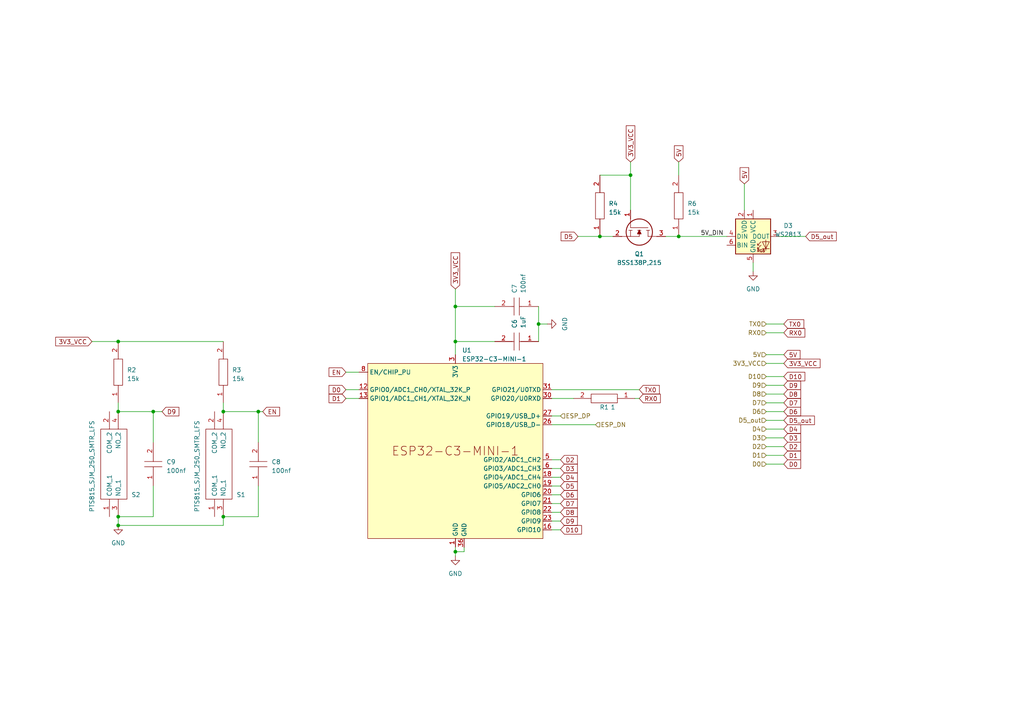
<source format=kicad_sch>
(kicad_sch (version 20230121) (generator eeschema)
  (paper "A4")
  (lib_symbols
    (symbol "Espressif:ESP32-C3-MINI-1"
      (property "Reference" "U" (at -25.4 30.48 0))
      (property "Value" "ESP32-C3-MINI-1" (at -25.4 27.94 0))
      (symbol "ESP32-C3-MINI-1_0_0"
        (text "ESP32-C3-MINI-1" (at 0 0 0) (effects (font (size 2.54 2.54))))
      )
      (symbol "ESP32-C3-MINI-1_0_1"
        (rectangle (start -25.4 25.4) (end 25.4 -25.4) (fill (type background)))
      )
      (symbol "ESP32-C3-MINI-1_1_1"
        (pin power_in line (at 0.0198 -27.8472 90) (length 2.54) (name "GND") (number "1"))
        (pin no_connect line (at -25.4 2.54 0) (length 2.54) hide (name "NC") (number "10"))
        (pin passive line (at 0.0198 -27.8472 90) (length 2.54) hide (name "GND") (number "11"))
        (pin bidirectional line (at -27.94 17.78 0) (length 2.54) (name "GPIO0/ADC1_CH0/XTAL_32K_P") (number "12"))
        (pin bidirectional line (at -27.94 15.24 0) (length 2.54) (name "GPIO1/ADC1_CH1/XTAL_32K_N") (number "13"))
        (pin passive line (at 0.0198 -27.8472 90) (length 2.54) hide (name "GND") (number "14"))
        (pin no_connect line (at -25.4 0 0) (length 2.54) hide (name "NC") (number "15"))
        (pin bidirectional line (at 27.94 -22.86 180) (length 2.54) (name "GPIO10") (number "16"))
        (pin no_connect line (at -25.4 -2.54 0) (length 2.54) hide (name "NC") (number "17"))
        (pin bidirectional line (at 27.94 -7.62 180) (length 2.54) (name "GPIO4/ADC1_CH4") (number "18"))
        (pin bidirectional line (at 27.94 -10.16 180) (length 2.54) (name "GPIO5/ADC2_CH0") (number "19"))
        (pin passive line (at 0.0198 -27.8472 90) (length 2.54) hide (name "GND") (number "2"))
        (pin bidirectional line (at 27.94 -12.7 180) (length 2.54) (name "GPIO6") (number "20"))
        (pin bidirectional line (at 27.94 -15.24 180) (length 2.54) (name "GPIO7") (number "21"))
        (pin bidirectional line (at 27.94 -17.78 180) (length 2.54) (name "GPIO8") (number "22"))
        (pin bidirectional line (at 27.94 -20.32 180) (length 2.54) (name "GPIO9") (number "23"))
        (pin no_connect line (at -25.4 -5.08 0) (length 2.54) hide (name "NC") (number "24"))
        (pin no_connect line (at -25.4 -7.62 0) (length 2.54) hide (name "NC") (number "25"))
        (pin bidirectional line (at 27.94 7.62 180) (length 2.54) (name "GPIO18/USB_D-") (number "26"))
        (pin bidirectional line (at 27.94 10.16 180) (length 2.54) (name "GPIO19/USB_D+") (number "27"))
        (pin no_connect line (at -25.4 -10.16 0) (length 2.54) hide (name "NC") (number "28"))
        (pin no_connect line (at -25.4 -12.7 0) (length 2.54) hide (name "NC") (number "29"))
        (pin power_in line (at 0 27.94 270) (length 2.54) (name "3V3") (number "3"))
        (pin bidirectional line (at 27.94 15.24 180) (length 2.54) (name "GPIO20/U0RXD") (number "30"))
        (pin bidirectional line (at 27.94 17.78 180) (length 2.54) (name "GPIO21/U0TXD") (number "31"))
        (pin no_connect line (at -25.4 -15.24 0) (length 2.54) hide (name "NC") (number "32"))
        (pin no_connect line (at -25.4 -17.78 0) (length 2.54) hide (name "NC") (number "33"))
        (pin no_connect line (at -25.4 -20.32 0) (length 2.54) hide (name "NC") (number "34"))
        (pin no_connect line (at -25.4 -22.86 0) (length 2.54) hide (name "NC") (number "35"))
        (pin passive line (at 2.54 -27.94 90) (length 2.54) (name "GND") (number "36"))
        (pin passive line (at 0 -27.94 90) (length 2.54) hide (name "GND") (number "37"))
        (pin passive line (at 0 -27.94 90) (length 2.54) hide (name "GND") (number "38"))
        (pin passive line (at 0 -27.94 90) (length 2.54) hide (name "GND") (number "39"))
        (pin no_connect line (at -25.4 10.16 0) (length 2.54) hide (name "NC") (number "4"))
        (pin passive line (at 0 -27.94 90) (length 2.54) hide (name "GND") (number "40"))
        (pin passive line (at 0 -27.94 90) (length 2.54) hide (name "GND") (number "41"))
        (pin passive line (at 0 -27.94 90) (length 2.54) hide (name "GND") (number "42"))
        (pin passive line (at 0 -27.94 90) (length 2.54) hide (name "GND") (number "43"))
        (pin passive line (at 0 -27.94 90) (length 2.54) hide (name "GND") (number "44"))
        (pin passive line (at 0 -27.94 90) (length 2.54) hide (name "GND") (number "45"))
        (pin passive line (at 0 -27.94 90) (length 2.54) hide (name "GND") (number "46"))
        (pin passive line (at 0 -27.94 90) (length 2.54) hide (name "GND") (number "47"))
        (pin passive line (at 0 -27.94 90) (length 2.54) hide (name "GND") (number "48"))
        (pin passive line (at 0 -27.94 90) (length 2.54) hide (name "GND") (number "49"))
        (pin bidirectional line (at 27.94 -2.54 180) (length 2.54) (name "GPIO2/ADC1_CH2") (number "5"))
        (pin passive line (at 0 -27.94 90) (length 2.54) hide (name "GND") (number "50"))
        (pin passive line (at 0 -27.94 90) (length 2.54) hide (name "GND") (number "51"))
        (pin passive line (at 0 -27.94 90) (length 2.54) hide (name "GND") (number "52"))
        (pin passive line (at 0 -27.94 90) (length 2.54) hide (name "GND") (number "53"))
        (pin bidirectional line (at 27.94 -5.08 180) (length 2.54) (name "GPIO3/ADC1_CH3") (number "6"))
        (pin no_connect line (at -25.4 7.62 0) (length 2.54) hide (name "NC") (number "7"))
        (pin input line (at -27.94 22.86 0) (length 2.54) (name "EN/CHIP_PU") (number "8"))
        (pin no_connect line (at -25.4 5.08 0) (length 2.54) hide (name "NC") (number "9"))
      )
    )
    (symbol "LED:WS2813" (pin_names (offset 0.254))
      (property "Reference" "D" (at 5.08 5.715 0))
      (property "Value" "WS2813" (at 1.27 -5.715 0))
      (symbol "WS2813_0_0"
        (text "RGB" (at 2.286 -4.191 0) (effects (font (size 0.762 0.762))))
      )
      (symbol "WS2813_0_1"
        (polyline (pts (xy 1.27 -3.556) (xy 1.778 -3.556)))
        (polyline (pts (xy 1.27 -2.54) (xy 1.778 -2.54)))
        (polyline (pts (xy 4.699 -3.556) (xy 2.667 -3.556)))
        (polyline (pts (xy 2.286 -2.54) (xy 1.27 -3.556) (xy 1.27 -3.048)))
        (polyline (pts (xy 2.286 -1.524) (xy 1.27 -2.54) (xy 1.27 -2.032)))
        (polyline (pts (xy 3.683 -1.016) (xy 3.683 -3.556) (xy 3.683 -4.064)))
        (polyline (pts (xy 4.699 -1.524) (xy 2.667 -1.524) (xy 3.683 -3.556) (xy 4.699 -1.524)))
        (rectangle (start 5.08 5.08) (end -5.08 -5.08) (stroke (width 0.254)) (fill (type background)))
      )
      (symbol "WS2813_1_1"
        (pin power_in line (at 0 7.62 270) (length 2.54) (name "VCC") (number "1"))
        (pin power_in line (at -2.54 7.62 270) (length 2.54) (name "VDD") (number "2"))
        (pin output line (at 7.62 0 180) (length 2.54) (name "DOUT") (number "3"))
        (pin input line (at -7.62 0 0) (length 2.54) (name "DIN") (number "4"))
        (pin power_in line (at 0 -7.62 90) (length 2.54) (name "GND") (number "5"))
        (pin input line (at -7.62 -2.54 0) (length 2.54) (name "BIN") (number "6"))
      )
    )
    (symbol "SamacSys_Parts:0402B102K500NT" (pin_names (offset 0.762))
      (property "Reference" "C" (at 8.89 6.35 0))
      (property "Value" "0402B102K500NT" (at 8.89 3.81 0))
      (symbol "0402B102K500NT_0_0"
        (pin passive line (at 0 0 0) (length 5.08) (name "~") (number "1"))
        (pin passive line (at 12.7 0 180) (length 5.08) (name "~") (number "2"))
      )
      (symbol "0402B102K500NT_0_1"
        (polyline (pts (xy 5.08 0) (xy 5.588 0)) (stroke (width 0.1524)))
        (polyline (pts (xy 5.588 2.54) (xy 5.588 -2.54)) (stroke (width 0.1524)))
        (polyline (pts (xy 7.112 0) (xy 7.62 0)) (stroke (width 0.1524)))
        (polyline (pts (xy 7.112 2.54) (xy 7.112 -2.54)) (stroke (width 0.1524)))
      )
    )
    (symbol "SamacSys_Parts:BSS138P,215" (pin_names (offset 0.762))
      (property "Reference" "Q" (at 11.43 3.81 0))
      (property "Value" "BSS138P,215" (at 11.43 1.27 0))
      (symbol "BSS138P,215_0_0"
        (pin passive line (at 0 0 0) (length 2.54) (name "~") (number "1"))
        (pin passive line (at 7.62 -5.08 90) (length 2.54) (name "~") (number "2"))
        (pin passive line (at 7.62 10.16 270) (length 2.54) (name "~") (number "3"))
      )
      (symbol "BSS138P,215_0_1"
        (polyline (pts (xy 5.842 -0.508) (xy 5.842 0.508)) (stroke (width 0.1524)))
        (polyline (pts (xy 5.842 0) (xy 7.62 0)) (stroke (width 0.1524)))
        (polyline (pts (xy 5.842 2.032) (xy 5.842 3.048)) (stroke (width 0.1524)))
        (polyline (pts (xy 5.842 5.588) (xy 5.842 4.572)) (stroke (width 0.1524)))
        (polyline (pts (xy 7.62 2.54) (xy 5.842 2.54)) (stroke (width 0.1524)))
        (polyline (pts (xy 7.62 2.54) (xy 7.62 -2.54)) (stroke (width 0.1524)))
        (polyline (pts (xy 7.62 5.08) (xy 5.842 5.08)) (stroke (width 0.1524)))
        (polyline (pts (xy 7.62 5.08) (xy 7.62 7.62)) (stroke (width 0.1524)))
        (polyline (pts (xy 2.54 0) (xy 5.08 0) (xy 5.08 5.08)) (stroke (width 0.1524)))
        (polyline (pts (xy 5.842 2.54) (xy 6.858 3.048) (xy 6.858 2.032) (xy 5.842 2.54)) (stroke (width 0.254)) (fill (type outline)))
        (circle (center 6.35 2.54) (radius 3.81) (stroke (width 0.254)))
      )
    )
    (symbol "SamacSys_Parts:PTS815_SJM_250_SMTR_LFS" (pin_names (offset 0.762))
      (property "Reference" "S" (at 26.67 7.62 0))
      (property "Value" "PTS815_SJM_250_SMTR_LFS" (at 26.67 5.08 0))
      (symbol "PTS815_SJM_250_SMTR_LFS_0_0"
        (pin passive line (at 0 0 0) (length 5.08) (name "COM_1") (number "1"))
        (pin passive line (at 30.48 0 180) (length 5.08) (name "COM_2") (number "2"))
        (pin passive line (at 0 -2.54 0) (length 5.08) (name "NO_1") (number "3"))
        (pin passive line (at 30.48 -2.54 180) (length 5.08) (name "NO_2") (number "4"))
      )
      (symbol "PTS815_SJM_250_SMTR_LFS_0_1"
        (polyline (pts (xy 5.08 2.54) (xy 25.4 2.54) (xy 25.4 -5.08) (xy 5.08 -5.08) (xy 5.08 2.54)) (stroke (width 0.1524)))
      )
    )
    (symbol "SamacSys_Parts:RMCF0603ZT0R00" (pin_names (offset 0.762))
      (property "Reference" "R" (at 13.97 6.35 0))
      (property "Value" "RMCF0603ZT0R00" (at 13.97 3.81 0))
      (symbol "RMCF0603ZT0R00_0_0"
        (pin passive line (at 0 0 0) (length 5.08) (name "~") (number "1"))
        (pin passive line (at 17.78 0 180) (length 5.08) (name "~") (number "2"))
      )
      (symbol "RMCF0603ZT0R00_0_1"
        (polyline (pts (xy 5.08 1.27) (xy 12.7 1.27) (xy 12.7 -1.27) (xy 5.08 -1.27) (xy 5.08 1.27)) (stroke (width 0.1524)))
      )
    )
    (symbol "power:GND" (power) (pin_names (offset 0))
      (property "Value" "GND" (at 0 -3.81 0))
      (symbol "GND_0_1"
        (polyline (pts (xy 0 0) (xy 0 -1.27) (xy 1.27 -1.27) (xy 0 -2.54) (xy -1.27 -1.27) (xy 0 -1.27)))
      )
      (symbol "GND_1_1"
        (pin power_in line (at 0 0 270) (length 0) hide (name "GND") (number "1"))
      )
    )
  )
  (junction (at 34.29 152.4))
  (junction (at 132.08 160.02))
  (junction (at 156.21 93.98))
  (junction (at 64.77 149.86))
  (junction (at 74.93 119.38))
  (junction (at 132.08 88.9))
  (junction (at 34.29 99.06))
  (junction (at 132.08 99.06))
  (junction (at 64.77 119.38))
  (junction (at 44.45 119.38))
  (junction (at 182.88 50.8))
  (junction (at 34.29 119.38))
  (junction (at 34.29 149.86))
  (junction (at 196.85 68.58))
  (junction (at 173.99 68.58))
  (wire (pts (xy 132.08 160.02) (xy 134.62 160.02)))
  (wire (pts (xy 222.25 114.3) (xy 227.33 114.3)))
  (wire (pts (xy 222.25 119.38) (xy 227.33 119.38)))
  (wire (pts (xy 222.25 111.76) (xy 227.33 111.76)))
  (wire (pts (xy 132.08 102.87) (xy 132.08 99.06)))
  (wire (pts (xy 156.21 93.98) (xy 156.21 99.06)))
  (wire (pts (xy 44.45 119.38) (xy 46.99 119.38)))
  (wire (pts (xy 34.29 116.84) (xy 34.29 119.38)))
  (wire (pts (xy 196.85 68.58) (xy 210.82 68.58)))
  (wire (pts (xy 167.64 68.58) (xy 173.99 68.58)))
  (wire (pts (xy 132.08 88.9) (xy 143.51 88.9)))
  (wire (pts (xy 156.21 88.9) (xy 156.21 93.98)))
  (wire (pts (xy 26.67 99.06) (xy 34.29 99.06)))
  (wire (pts (xy 196.85 46.99) (xy 196.85 50.8)))
  (wire (pts (xy 222.25 129.54) (xy 227.33 129.54)))
  (wire (pts (xy 160.02 133.35) (xy 162.56 133.35)))
  (wire (pts (xy 182.88 46.99) (xy 182.88 50.8)))
  (wire (pts (xy 222.25 134.62) (xy 227.33 134.62)))
  (wire (pts (xy 64.77 149.86) (xy 74.93 149.86)))
  (wire (pts (xy 160.02 153.67) (xy 162.56 153.67)))
  (wire (pts (xy 44.45 119.38) (xy 34.29 119.38)))
  (wire (pts (xy 226.06 68.58) (xy 233.68 68.58)))
  (wire (pts (xy 222.25 116.84) (xy 227.33 116.84)))
  (wire (pts (xy 160.02 135.89) (xy 162.56 135.89)))
  (wire (pts (xy 222.25 93.98) (xy 227.33 93.98)))
  (wire (pts (xy 132.08 158.75) (xy 132.08 160.02)))
  (wire (pts (xy 132.08 99.06) (xy 143.51 99.06)))
  (wire (pts (xy 132.08 88.9) (xy 132.08 99.06)))
  (wire (pts (xy 44.45 149.86) (xy 34.29 149.86)))
  (wire (pts (xy 218.44 76.2) (xy 218.44 78.74)))
  (wire (pts (xy 222.25 105.41) (xy 227.33 105.41)))
  (wire (pts (xy 222.25 121.92) (xy 227.33 121.92)))
  (wire (pts (xy 160.02 113.03) (xy 185.42 113.03)))
  (wire (pts (xy 74.93 149.86) (xy 74.93 140.97)))
  (wire (pts (xy 132.08 83.82) (xy 132.08 88.9)))
  (wire (pts (xy 160.02 146.05) (xy 162.56 146.05)))
  (wire (pts (xy 173.99 68.58) (xy 177.8 68.58)))
  (wire (pts (xy 34.29 152.4) (xy 64.77 152.4)))
  (wire (pts (xy 222.25 102.87) (xy 227.33 102.87)))
  (wire (pts (xy 134.62 158.75) (xy 134.62 160.02)))
  (wire (pts (xy 156.21 93.98) (xy 158.75 93.98)))
  (wire (pts (xy 160.02 140.97) (xy 162.56 140.97)))
  (wire (pts (xy 182.88 60.96) (xy 182.88 50.8)))
  (wire (pts (xy 44.45 128.27) (xy 44.45 119.38)))
  (wire (pts (xy 160.02 148.59) (xy 162.56 148.59)))
  (wire (pts (xy 160.02 151.13) (xy 162.56 151.13)))
  (wire (pts (xy 44.45 140.97) (xy 44.45 149.86)))
  (wire (pts (xy 34.29 99.06) (xy 64.77 99.06)))
  (wire (pts (xy 160.02 115.57) (xy 166.37 115.57)))
  (wire (pts (xy 74.93 128.27) (xy 74.93 119.38)))
  (wire (pts (xy 160.02 138.43) (xy 162.56 138.43)))
  (wire (pts (xy 222.25 127) (xy 227.33 127)))
  (wire (pts (xy 222.25 132.08) (xy 227.33 132.08)))
  (wire (pts (xy 74.93 119.38) (xy 76.2 119.38)))
  (wire (pts (xy 222.25 96.52) (xy 227.33 96.52)))
  (wire (pts (xy 100.33 115.57) (xy 104.14 115.57)))
  (wire (pts (xy 64.77 149.86) (xy 64.77 152.4)))
  (wire (pts (xy 215.9 53.34) (xy 215.9 60.96)))
  (wire (pts (xy 132.08 160.02) (xy 132.08 161.29)))
  (wire (pts (xy 193.04 68.58) (xy 196.85 68.58)))
  (wire (pts (xy 160.02 123.19) (xy 172.72 123.19)))
  (wire (pts (xy 74.93 119.38) (xy 64.77 119.38)))
  (wire (pts (xy 222.25 124.46) (xy 227.33 124.46)))
  (wire (pts (xy 182.88 50.8) (xy 173.99 50.8)))
  (wire (pts (xy 160.02 120.65) (xy 162.56 120.65)))
  (wire (pts (xy 222.25 109.22) (xy 227.33 109.22)))
  (wire (pts (xy 100.33 107.95) (xy 104.14 107.95)))
  (wire (pts (xy 64.77 116.84) (xy 64.77 119.38)))
  (wire (pts (xy 34.29 149.86) (xy 34.29 152.4)))
  (wire (pts (xy 184.15 115.57) (xy 185.42 115.57)))
  (wire (pts (xy 100.33 113.03) (xy 104.14 113.03)))
  (wire (pts (xy 160.02 143.51) (xy 162.56 143.51)))
  (label "5V_DIN" (at 203.2 68.58 0))
  (global_label "TX0" (shape input) (at 227.33 93.98 0) (property "Intersheetrefs" "${INTERSHEET_REFS}" (effects hide)))
  (global_label "D1" (shape input) (at 227.33 132.08 0) (property "Intersheetrefs" "${INTERSHEET_REFS}" (effects hide)))
  (global_label "D10" (shape input) (at 162.56 153.67 0) (property "Intersheetrefs" "${INTERSHEET_REFS}" (effects hide)))
  (global_label "D8" (shape input) (at 227.33 114.3 0) (property "Intersheetrefs" "${INTERSHEET_REFS}" (effects hide)))
  (global_label "D5_out" (shape input) (at 233.68 68.58 0) (property "Intersheetrefs" "${INTERSHEET_REFS}" (effects hide)))
  (global_label "5V" (shape input) (at 215.9 53.34 90) (property "Intersheetrefs" "${INTERSHEET_REFS}" (effects hide)))
  (global_label "EN" (shape input) (at 100.33 107.95 180) (property "Intersheetrefs" "${INTERSHEET_REFS}" (effects hide)))
  (global_label "D3" (shape input) (at 227.33 127 0) (property "Intersheetrefs" "${INTERSHEET_REFS}" (effects hide)))
  (global_label "D0" (shape input) (at 100.33 113.03 180) (property "Intersheetrefs" "${INTERSHEET_REFS}" (effects hide)))
  (global_label "D8" (shape input) (at 162.56 148.59 0) (property "Intersheetrefs" "${INTERSHEET_REFS}" (effects hide)))
  (global_label "3V3_VCC" (shape input) (at 132.08 83.82 90) (property "Intersheetrefs" "${INTERSHEET_REFS}" (effects hide)))
  (global_label "EN" (shape input) (at 76.2 119.38 0) (property "Intersheetrefs" "${INTERSHEET_REFS}" (effects hide)))
  (global_label "D7" (shape input) (at 162.56 146.05 0) (property "Intersheetrefs" "${INTERSHEET_REFS}" (effects hide)))
  (global_label "5V" (shape input) (at 227.33 102.87 0) (property "Intersheetrefs" "${INTERSHEET_REFS}" (effects hide)))
  (global_label "3V3_VCC" (shape input) (at 26.67 99.06 180) (property "Intersheetrefs" "${INTERSHEET_REFS}" (effects hide)))
  (global_label "D6" (shape input) (at 162.56 143.51 0) (property "Intersheetrefs" "${INTERSHEET_REFS}" (effects hide)))
  (global_label "D0" (shape input) (at 227.33 134.62 0) (property "Intersheetrefs" "${INTERSHEET_REFS}" (effects hide)))
  (global_label "D4" (shape input) (at 162.56 138.43 0) (property "Intersheetrefs" "${INTERSHEET_REFS}" (effects hide)))
  (global_label "RX0" (shape input) (at 185.42 115.57 0) (property "Intersheetrefs" "${INTERSHEET_REFS}" (effects hide)))
  (global_label "D2" (shape input) (at 162.56 133.35 0) (property "Intersheetrefs" "${INTERSHEET_REFS}" (effects hide)))
  (global_label "3V3_VCC" (shape input) (at 182.88 46.99 90) (property "Intersheetrefs" "${INTERSHEET_REFS}" (effects hide)))
  (global_label "D5" (shape input) (at 162.56 140.97 0) (property "Intersheetrefs" "${INTERSHEET_REFS}" (effects hide)))
  (global_label "D10" (shape input) (at 227.33 109.22 0) (property "Intersheetrefs" "${INTERSHEET_REFS}" (effects hide)))
  (global_label "D2" (shape input) (at 227.33 129.54 0) (property "Intersheetrefs" "${INTERSHEET_REFS}" (effects hide)))
  (global_label "RX0" (shape input) (at 227.33 96.52 0) (property "Intersheetrefs" "${INTERSHEET_REFS}" (effects hide)))
  (global_label "D6" (shape input) (at 227.33 119.38 0) (property "Intersheetrefs" "${INTERSHEET_REFS}" (effects hide)))
  (global_label "D9" (shape input) (at 227.33 111.76 0) (property "Intersheetrefs" "${INTERSHEET_REFS}" (effects hide)))
  (global_label "D4" (shape input) (at 227.33 124.46 0) (property "Intersheetrefs" "${INTERSHEET_REFS}" (effects hide)))
  (global_label "D5" (shape input) (at 167.64 68.58 180) (property "Intersheetrefs" "${INTERSHEET_REFS}" (effects hide)))
  (global_label "D9" (shape input) (at 46.99 119.38 0) (property "Intersheetrefs" "${INTERSHEET_REFS}" (effects hide)))
  (global_label "3V3_VCC" (shape input) (at 227.33 105.41 0) (property "Intersheetrefs" "${INTERSHEET_REFS}" (effects hide)))
  (global_label "D1" (shape input) (at 100.33 115.57 180) (property "Intersheetrefs" "${INTERSHEET_REFS}" (effects hide)))
  (global_label "D5_out" (shape input) (at 227.33 121.92 0) (property "Intersheetrefs" "${INTERSHEET_REFS}" (effects hide)))
  (global_label "TX0" (shape input) (at 185.42 113.03 0) (property "Intersheetrefs" "${INTERSHEET_REFS}" (effects hide)))
  (global_label "5V" (shape input) (at 196.85 46.99 90) (property "Intersheetrefs" "${INTERSHEET_REFS}" (effects hide)))
  (global_label "D7" (shape input) (at 227.33 116.84 0) (property "Intersheetrefs" "${INTERSHEET_REFS}" (effects hide)))
  (global_label "D3" (shape input) (at 162.56 135.89 0) (property "Intersheetrefs" "${INTERSHEET_REFS}" (effects hide)))
  (global_label "D9" (shape input) (at 162.56 151.13 0) (property "Intersheetrefs" "${INTERSHEET_REFS}" (effects hide)))
  (hierarchical_label "5V" (shape input) (at 222.25 102.87 180))
  (hierarchical_label "D7" (shape input) (at 222.25 116.84 180) (property "Intersheetrefs" "${INTERSHEET_REFS}" (effects hide)))
  (hierarchical_label "ESP_DN" (shape input) (at 172.72 123.19 0) (property "Intersheetrefs" "${INTERSHEET_REFS}" (effects hide)))
  (hierarchical_label "D5_out" (shape input) (at 222.25 121.92 180) (property "Intersheetrefs" "${INTERSHEET_REFS}" (effects hide)))
  (hierarchical_label "D1" (shape input) (at 222.25 132.08 180) (property "Intersheetrefs" "${INTERSHEET_REFS}" (effects hide)))
  (hierarchical_label "ESP_DP" (shape input) (at 162.56 120.65 0) (property "Intersheetrefs" "${INTERSHEET_REFS}" (effects hide)))
  (hierarchical_label "3V3_VCC" (shape input) (at 222.25 105.41 180))
  (hierarchical_label "D4" (shape input) (at 222.25 124.46 180) (property "Intersheetrefs" "${INTERSHEET_REFS}" (effects hide)))
  (hierarchical_label "D10" (shape input) (at 222.25 109.22 180) (property "Intersheetrefs" "${INTERSHEET_REFS}" (effects hide)))
  (hierarchical_label "RX0" (shape input) (at 222.25 96.52 180) (property "Intersheetrefs" "${INTERSHEET_REFS}" (effects hide)))
  (hierarchical_label "D0" (shape input) (at 222.25 134.62 180) (property "Intersheetrefs" "${INTERSHEET_REFS}" (effects hide)))
  (hierarchical_label "D6" (shape input) (at 222.25 119.38 180) (property "Intersheetrefs" "${INTERSHEET_REFS}" (effects hide)))
  (hierarchical_label "D2" (shape input) (at 222.25 129.54 180) (property "Intersheetrefs" "${INTERSHEET_REFS}" (effects hide)))
  (hierarchical_label "D8" (shape input) (at 222.25 114.3 180) (property "Intersheetrefs" "${INTERSHEET_REFS}" (effects hide)))
  (hierarchical_label "D9" (shape input) (at 222.25 111.76 180) (property "Intersheetrefs" "${INTERSHEET_REFS}" (effects hide)))
  (hierarchical_label "D3" (shape input) (at 222.25 127 180) (property "Intersheetrefs" "${INTERSHEET_REFS}" (effects hide)))
  (hierarchical_label "TX0" (shape input) (at 222.25 93.98 180) (property "Intersheetrefs" "${INTERSHEET_REFS}" (effects hide)))
  (symbol (lib_id "power:GND") (at 34.29 152.4 0) (unit 1)
    (property "Reference" "#PWR010" (effects hide))
    (property "Value" "GND" (at 34.29 157.48 0))
  )
  (symbol (lib_id "SamacSys_Parts:RMCF0603ZT0R00") (at 34.29 116.84 90) (unit 1)
    (property "Reference" "R2" (at 36.83 107.315 90) (effects (justify right)))
    (property "Value" "15k" (at 36.83 109.855 90) (effects (justify right)))
    (property "Footprint" "RESC1608X55N" (effects hide))
    (property "Description" "RES, 0603, Jumper" (effects hide))
    (property "Height" "0.55" (effects hide))
    (property "Arrow Part Number" "RMCF0603ZT0R00" (effects hide))
    (property "Arrow Price/Stock" "https://www.arrow.com/en/products/rmcf0603zt0r00/stackpole-electronics?region=nac" (effects hide))
  )
  (symbol (lib_id "SamacSys_Parts:PTS815_SJM_250_SMTR_LFS") (at 62.23 149.86 90) (unit 1)
    (property "Reference" "S1" (at 68.58 143.51 90) (effects (justify right)))
    (property "Value" "PTS815_SJM_250_SMTR_LFS" (at 57.15 121.92 0) (effects (justify right)))
    (property "Footprint" "SamacSys_Parts:PTS815SJM250SMTRLFS" (effects hide))
    (property "Datasheet" "https://componentsearchengine.com/Datasheets/1/PTS815 SJM 250 SMTR LFS.pdf" (effects hide))
    (property "Description" "Tactile Switches Tact Switch, 12 VDC, 50 mA, 4.2x3.2, 2.5mm H, 180gf, J leads" (effects hide))
    (property "Height" "2.7" (effects hide))
    (property "Manufacturer_Name" "C & K COMPONENTS" (effects hide))
    (property "Manufacturer_Part_Number" "PTS815 SJM 250 SMTR LFS" (effects hide))
    (property "Mouser Part Number" "611-PTS815SJM250SMTR" (effects hide))
    (property "Mouser Price/Stock" "https://www.mouser.co.uk/ProductDetail/CK/PTS815-SJM-250-SMTR-LFS?qs=ahcBuItHZ3xKWmfV%2F2E6bA%3D%3D" (effects hide))
    (property "Arrow Part Number" "PTS815 SJM 250 SMTR LFS" (effects hide))
    (property "Arrow Price/Stock" "https://www.arrow.com/en/products/pts815-sjm-250-smtr-lfs/ck" (effects hide))
    (property "Digi-Key_PN" "611-PTS815SJM250SMTR" (effects hide))
  )
  (symbol (lib_id "power:GND") (at 132.08 161.29 0) (unit 1)
    (property "Reference" "#PWR05" (effects hide))
    (property "Value" "GND" (at 132.08 166.37 0))
  )
  (symbol (lib_id "SamacSys_Parts:RMCF0603ZT0R00") (at 196.85 68.58 90) (unit 1)
    (property "Reference" "R6" (at 199.39 59.055 90) (effects (justify right)))
    (property "Value" "15k" (at 199.39 61.595 90) (effects (justify right)))
    (property "Footprint" "RESC1608X55N" (effects hide))
    (property "Description" "RES, 0603, Jumper" (effects hide))
    (property "Height" "0.55" (effects hide))
    (property "Arrow Part Number" "RMCF0603ZT0R00" (effects hide))
    (property "Arrow Price/Stock" "https://www.arrow.com/en/products/rmcf0603zt0r00/stackpole-electronics?region=nac" (effects hide))
    (property "LCSC Part Number" "C22809" (effects hide))
    (property "MPN" "C22809" (effects hide))
    (instances (project "Automated_Aquarium_v3" (path "" (reference "R6") (unit 1))) (project "Dot-LED" (path "" (reference "R5") (unit 1))))
  )
  (symbol (lib_id "SamacSys_Parts:0402B102K500NT") (at 156.21 88.9 180) (unit 1)
    (property "Reference" "C7" (at 149.225 85.09 90) (effects (justify right)))
    (property "Value" "100nf" (at 151.765 85.09 90) (effects (justify right)))
    (property "Footprint" "Capacitor_SMD:C_0603_1608Metric_Pad1.08x0.95mm_HandSolder" (effects hide))
    (property "Height" "0.55" (effects hide))
  )
  (symbol (lib_id "SamacSys_Parts:RMCF0603ZT0R00") (at 184.15 115.57 180) (unit 1)
    (property "Reference" "R1" (at 175.26 118.11 0))
    (property "Value" "1" (at 177.8 118.11 0))
    (property "Footprint" "RESC1608X55N" (effects hide))
    (property "Description" "RES, 0603, Jumper" (effects hide))
    (property "Height" "0.55" (effects hide))
    (property "Arrow Part Number" "RMCF0603ZT0R00" (effects hide))
    (property "Arrow Price/Stock" "https://www.arrow.com/en/products/rmcf0603zt0r00/stackpole-electronics?region=nac" (effects hide))
  )
  (symbol (lib_id "SamacSys_Parts:PTS815_SJM_250_SMTR_LFS") (at 31.75 149.86 90) (unit 1)
    (property "Reference" "S2" (at 38.1 143.51 90) (effects (justify right)))
    (property "Value" "PTS815_SJM_250_SMTR_LFS" (at 26.67 121.92 0) (effects (justify right)))
    (property "Footprint" "SamacSys_Parts:PTS815SJM250SMTRLFS" (effects hide))
    (property "Datasheet" "https://componentsearchengine.com/Datasheets/1/PTS815 SJM 250 SMTR LFS.pdf" (effects hide))
    (property "Description" "Tactile Switches Tact Switch, 12 VDC, 50 mA, 4.2x3.2, 2.5mm H, 180gf, J leads" (effects hide))
    (property "Height" "2.7" (effects hide))
    (property "Manufacturer_Name" "C & K COMPONENTS" (effects hide))
    (property "Manufacturer_Part_Number" "PTS815 SJM 250 SMTR LFS" (effects hide))
    (property "Mouser Part Number" "611-PTS815SJM250SMTR" (effects hide))
    (property "Mouser Price/Stock" "https://www.mouser.co.uk/ProductDetail/CK/PTS815-SJM-250-SMTR-LFS?qs=ahcBuItHZ3xKWmfV%2F2E6bA%3D%3D" (effects hide))
    (property "Arrow Part Number" "PTS815 SJM 250 SMTR LFS" (effects hide))
    (property "Arrow Price/Stock" "https://www.arrow.com/en/products/pts815-sjm-250-smtr-lfs/ck" (effects hide))
    (property "Digi-Key_PN" "611-PTS815SJM250SMTR" (effects hide))
  )
  (symbol (lib_id "power:GND") (at 218.44 78.74 0) (unit 1)
    (property "Reference" "#PWR01" (effects hide))
    (property "Value" "GND" (at 218.44 83.82 0))
    (instances (project "Automated_Aquarium_v3" (path "" (reference "#PWR01") (unit 1))) (project "Dot-LED" (path "" (reference "#PWR04") (unit 1))))
  )
  (symbol (lib_id "SamacSys_Parts:0402B102K500NT") (at 44.45 140.97 90) (unit 1)
    (property "Reference" "C9" (at 48.26 133.985 90) (effects (justify right)))
    (property "Value" "100nf" (at 48.26 136.525 90) (effects (justify right)))
    (property "Footprint" "Capacitor_SMD:C_0603_1608Metric_Pad1.08x0.95mm_HandSolder" (effects hide))
    (property "Height" "0.55" (effects hide))
  )
  (symbol (lib_id "SamacSys_Parts:0402B102K500NT") (at 156.21 99.06 180) (unit 1)
    (property "Reference" "C6" (at 149.225 95.25 90) (effects (justify right)))
    (property "Value" "1uF" (at 151.765 95.25 90) (effects (justify right)))
    (property "Footprint" "Capacitor_SMD:C_0603_1608Metric_Pad1.08x0.95mm_HandSolder" (effects hide))
    (property "Datasheet" "https://mm.digikey.com/Volume0/opasdata/d220001/medias/docus/609/CL10A105KA8NNNC_Spec.pdf" (effects hide))
    (property "Description" "CAP CER 1UF 25V X5R 0603" (effects hide))
    (property "Height" "0.55" (effects hide))
    (property "Manufacturer_Name" "YAGEO" (effects hide))
    (property "Manufacturer_Part_Number" "CL10A105KA8NNNC" (effects hide))
    (property "Mouser Part Number" "1276-1102-1-ND" (effects hide))
    (property "Digi-Key_PN" "1276-1102-1-ND" (effects hide))
  )
  (symbol (lib_id "power:GND") (at 158.75 93.98 90) (unit 1)
    (property "Reference" "#PWR09" (effects hide))
    (property "Value" "GND" (at 163.83 93.98 0))
  )
  (symbol (lib_id "LED:WS2813") (at 218.44 68.58 0) (unit 1)
    (property "Reference" "D3" (at 228.6 65.4559 0))
    (property "Value" "WS2813" (at 228.6 67.9959 0))
    (property "Footprint" "LED_SMD:LED_WS2812_PLCC6_5.0x5.0mm_P1.6mm" (effects hide))
    (property "Datasheet" "http://www.normandled.com/upload/201605/WS2813%20LED%20Datasheet.pdf" (effects hide))
    (property "LCSC Part Number" "C114592" (effects hide))
    (property "MPN" "C114592" (effects hide))
    (instances (project "Automated_Aquarium_v3" (path "" (reference "D3") (unit 1))) (project "Dot-LED" (path "" (reference "D4") (unit 1))))
  )
  (symbol (lib_id "SamacSys_Parts:RMCF0603ZT0R00") (at 64.77 116.84 90) (unit 1)
    (property "Reference" "R3" (at 67.31 107.315 90) (effects (justify right)))
    (property "Value" "15k" (at 67.31 109.855 90) (effects (justify right)))
    (property "Footprint" "RESC1608X55N" (effects hide))
    (property "Description" "RES, 0603, Jumper" (effects hide))
    (property "Height" "0.55" (effects hide))
    (property "Arrow Part Number" "RMCF0603ZT0R00" (effects hide))
    (property "Arrow Price/Stock" "https://www.arrow.com/en/products/rmcf0603zt0r00/stackpole-electronics?region=nac" (effects hide))
  )
  (symbol (lib_id "SamacSys_Parts:BSS138P,215") (at 182.88 60.96 270) (unit 1)
    (property "Reference" "Q1" (at 185.42 73.66 90))
    (property "Value" "BSS138P,215" (at 185.42 76.2 90))
    (property "Footprint" "SamacSys_Parts:SOT95P230X110-3N" (effects hide))
    (property "Datasheet" "https://assets.nexperia.com/documents/data-sheet/BSS138P.pdf" (effects hide))
    (property "Description" "BSS138P,215 N-Channel MOSFET, 360 mA, 60 V, 3-Pin SOT-23 Nexperia" (effects hide))
    (property "Height" "1.1" (effects hide))
    (property "Mouser Part Number" "771-BSS138P215" (effects hide))
    (property "Mouser Price/Stock" "https://www.mouser.co.uk/ProductDetail/Nexperia/BSS138P215?qs=A1cBxND5mHJyVAOcRahidg%3D%3D" (effects hide))
    (property "Manufacturer_Name" "Nexperia" (effects hide))
    (property "Manufacturer_Part_Number" "BSS138P,215" (effects hide))
    (property "LCSC Part Number" "C75547" (effects hide))
    (instances (project "Automated_Aquarium_v3" (path "" (reference "Q1") (unit 1))) (project "Dot-LED" (path "" (reference "Q2") (unit 1))))
  )
  (symbol (lib_id "Espressif:ESP32-C3-MINI-1") (at 132.08 130.81 0) (unit 1)
    (property "Reference" "U1" (at 134.0359 101.6 0) (effects (justify left)))
    (property "Value" "ESP32-C3-MINI-1" (at 134.0359 104.14 0) (effects (justify left)))
    (property "Footprint" "Espressif:ESP32-C3-MINI-1U" (effects hide))
    (property "Datasheet" "https://www.espressif.com/sites/default/files/documentation/esp32-c3-mini-1_datasheet_en.pdf" (effects hide))
  )
  (symbol (lib_id "SamacSys_Parts:0402B102K500NT") (at 74.93 140.97 90) (unit 1)
    (property "Reference" "C8" (at 78.74 133.985 90) (effects (justify right)))
    (property "Value" "100nf" (at 78.74 136.525 90) (effects (justify right)))
    (property "Footprint" "Capacitor_SMD:C_0603_1608Metric_Pad1.08x0.95mm_HandSolder" (effects hide))
    (property "Height" "0.55" (effects hide))
  )
  (symbol (lib_id "SamacSys_Parts:RMCF0603ZT0R00") (at 173.99 68.58 90) (unit 1)
    (property "Reference" "R4" (at 176.53 59.055 90) (effects (justify right)))
    (property "Value" "15k" (at 176.53 61.595 90) (effects (justify right)))
    (property "Footprint" "RESC1608X55N" (effects hide))
    (property "Description" "RES, 0603, Jumper" (effects hide))
    (property "Height" "0.55" (effects hide))
    (property "Arrow Part Number" "RMCF0603ZT0R00" (effects hide))
    (property "Arrow Price/Stock" "https://www.arrow.com/en/products/rmcf0603zt0r00/stackpole-electronics?region=nac" (effects hide))
    (property "LCSC Part Number" "C22809" (effects hide))
    (property "MPN" "C22809" (effects hide))
  )
)
</source>
